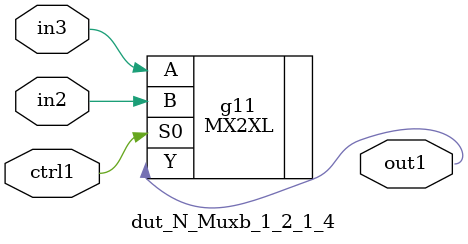
<source format=v>
`timescale 1ps / 1ps


module dut_N_Muxb_1_2_1_4(in3, in2, ctrl1, out1);
  input in3, in2, ctrl1;
  output out1;
  wire in3, in2, ctrl1;
  wire out1;
  MX2XL g11(.A (in3), .B (in2), .S0 (ctrl1), .Y (out1));
endmodule



</source>
